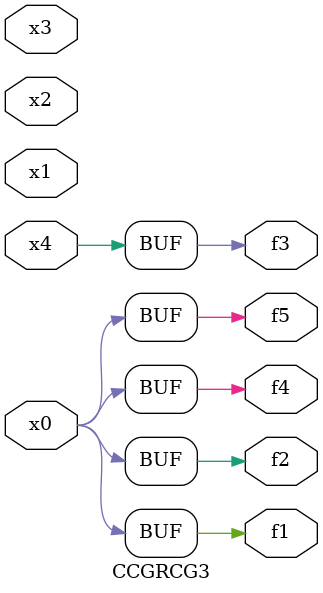
<source format=v>
module CCGRCG3(
	input x0, x1, x2, x3, x4,
	output f1, f2, f3, f4, f5
);
	assign f1 = x0;
	assign f2 = x0;
	assign f3 = x4;
	assign f4 = x0;
	assign f5 = x0;
endmodule

</source>
